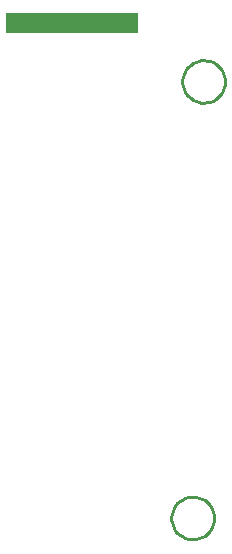
<source format=gko>
G04*
G04 #@! TF.GenerationSoftware,Altium Limited,Altium Designer,21.6.1 (37)*
G04*
G04 Layer_Color=16711935*
%FSLAX44Y44*%
%MOMM*%
G71*
G04*
G04 #@! TF.SameCoordinates,B15FB352-D5CA-4759-B8DC-376305D7300E*
G04*
G04*
G04 #@! TF.FilePolarity,Positive*
G04*
G01*
G75*
%ADD15C,0.2540*%
G36*
X196362Y450983D02*
Y433629D01*
X308412D01*
Y450983D01*
X196362D01*
D02*
G37*
D15*
X382124Y392875D02*
X381949Y395380D01*
X381427Y397837D01*
X380568Y400196D01*
X379389Y402414D01*
X377913Y404445D01*
X376169Y406252D01*
X374190Y407798D01*
X372015Y409053D01*
X369687Y409994D01*
X367250Y410602D01*
X364752Y410864D01*
X362243Y410777D01*
X359770Y410341D01*
X357381Y409565D01*
X355124Y408464D01*
X353042Y407059D01*
X351176Y405379D01*
X349562Y403455D01*
X348231Y401326D01*
X347210Y399032D01*
X346517Y396618D01*
X346168Y394131D01*
Y391620D01*
X346517Y389133D01*
X347210Y386719D01*
X348231Y384425D01*
X349562Y382295D01*
X351176Y380371D01*
X353042Y378691D01*
X355124Y377287D01*
X357381Y376186D01*
X359770Y375410D01*
X362243Y374974D01*
X364752Y374886D01*
X367250Y375149D01*
X369687Y375756D01*
X372015Y376697D01*
X374190Y377953D01*
X376169Y379499D01*
X377913Y381305D01*
X379389Y383337D01*
X380568Y385554D01*
X381427Y387914D01*
X381949Y390370D01*
X382124Y392875D01*
X372800Y23300D02*
X372625Y25805D01*
X372103Y28261D01*
X371244Y30621D01*
X370065Y32838D01*
X368589Y34870D01*
X366844Y36677D01*
X364865Y38223D01*
X362691Y39478D01*
X360362Y40419D01*
X357926Y41027D01*
X355428Y41289D01*
X352919Y41201D01*
X350446Y40765D01*
X348057Y39989D01*
X345800Y38888D01*
X343718Y37484D01*
X341852Y35804D01*
X340238Y33880D01*
X338907Y31751D01*
X337886Y29456D01*
X337193Y27042D01*
X336844Y24556D01*
Y22044D01*
X337193Y19558D01*
X337886Y17144D01*
X338907Y14849D01*
X340238Y12720D01*
X341852Y10796D01*
X343718Y9116D01*
X345800Y7711D01*
X348057Y6611D01*
X350446Y5835D01*
X352919Y5399D01*
X355428Y5311D01*
X357926Y5573D01*
X360362Y6181D01*
X362691Y7122D01*
X364865Y8377D01*
X366844Y9923D01*
X368589Y11730D01*
X370065Y13761D01*
X371244Y15979D01*
X372103Y18339D01*
X372625Y20795D01*
X372800Y23300D01*
M02*

</source>
